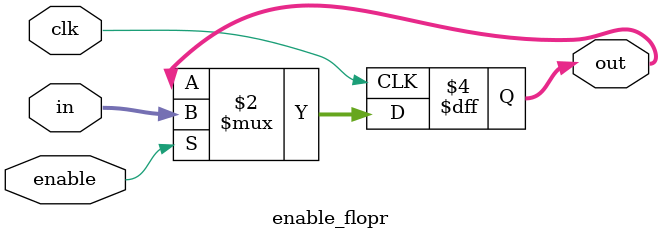
<source format=sv>
module enable_flopr #(WIDTH = 8)(
    input logic clk, 
    input logic enable,
    input logic [WIDTH-1:0] in,
    output logic [WIDTH-1:0] out
);

always_ff @(posedge clk) begin
    if(enable) out <= in;
end
endmodule
</source>
